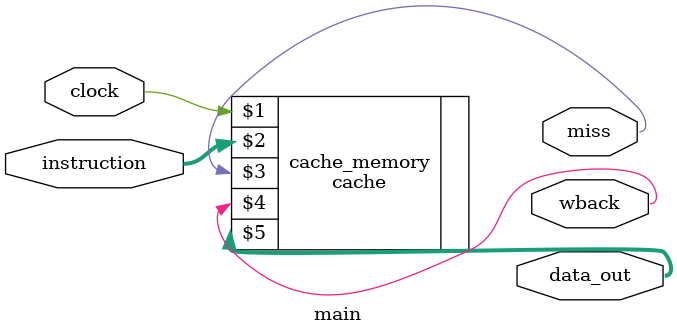
<source format=v>





module main (clock, instruction, miss, wback, data_out) ;

input clock;
input [8:0]instruction;

output miss;
output wback;
output [2:0] data_out;

cache cache_memory(clock, instruction, miss, wback, data_out);

endmodule

</source>
